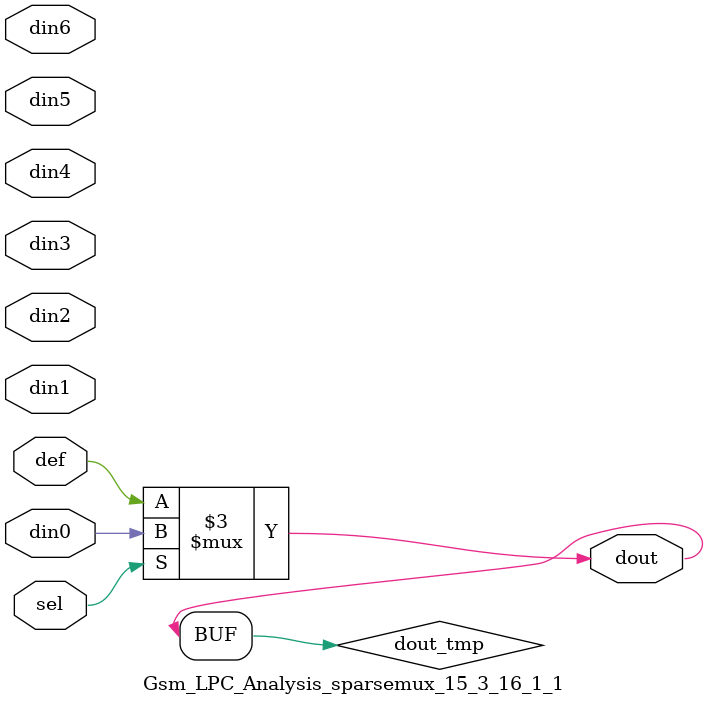
<source format=v>

module Gsm_LPC_Analysis_sparsemux_15_3_16_1_1 (din0,din1,din2,din3,din4,din5,din6,def,sel,dout);  
parameter din0_WIDTH = 1;
parameter din1_WIDTH = 1;
parameter din2_WIDTH = 1;
parameter din3_WIDTH = 1;
parameter din4_WIDTH = 1;
parameter din5_WIDTH = 1;
parameter din6_WIDTH = 1;
parameter def_WIDTH = 1;
parameter sel_WIDTH = 1;
parameter dout_WIDTH = 1;
parameter [sel_WIDTH-1:0] CASE0 = 1;
parameter [sel_WIDTH-1:0] CASE1 = 1;
parameter [sel_WIDTH-1:0] CASE2 = 1;
parameter [sel_WIDTH-1:0] CASE3 = 1;
parameter [sel_WIDTH-1:0] CASE4 = 1;
parameter [sel_WIDTH-1:0] CASE5 = 1;
parameter [sel_WIDTH-1:0] CASE6 = 1;
parameter ID = 1;
parameter NUM_STAGE = 1;
input [din0_WIDTH-1:0] din0;
input [din1_WIDTH-1:0] din1;
input [din2_WIDTH-1:0] din2;
input [din3_WIDTH-1:0] din3;
input [din4_WIDTH-1:0] din4;
input [din5_WIDTH-1:0] din5;
input [din6_WIDTH-1:0] din6;
input [def_WIDTH-1:0] def;
input [sel_WIDTH-1:0] sel;
output [dout_WIDTH-1:0] dout;
reg [dout_WIDTH-1:0] dout_tmp;
always @ (*) begin
(* parallel_case *) case (sel)
    CASE0 : dout_tmp = din0;
    CASE1 : dout_tmp = din1;
    CASE2 : dout_tmp = din2;
    CASE3 : dout_tmp = din3;
    CASE4 : dout_tmp = din4;
    CASE5 : dout_tmp = din5;
    CASE6 : dout_tmp = din6;
    default : dout_tmp = def;
endcase
end
assign dout = dout_tmp;
endmodule

</source>
